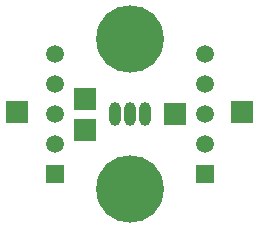
<source format=gbl>
G04 Layer_Physical_Order=2*
G04 Layer_Color=16711680*
%FSLAX25Y25*%
%MOIN*%
G70*
G01*
G75*
%ADD12O,0.03937X0.07874*%
%ADD13O,0.03937X0.07874*%
%ADD14R,0.05905X0.05905*%
%ADD15C,0.05905*%
%ADD16C,0.22500*%
%ADD17R,0.07500X0.07500*%
D12*
X5000Y0D02*
D03*
X-5000D02*
D03*
D13*
X0D02*
D03*
D14*
X25000Y-20000D02*
D03*
X-25000D02*
D03*
D15*
X25000Y-10000D02*
D03*
Y0D02*
D03*
Y10000D02*
D03*
Y20000D02*
D03*
X-25000Y-10000D02*
D03*
Y0D02*
D03*
Y10000D02*
D03*
Y20000D02*
D03*
D16*
X0Y-25000D02*
D03*
Y25000D02*
D03*
D17*
X37500Y500D02*
D03*
X-37500D02*
D03*
X-15000Y5000D02*
D03*
Y-5500D02*
D03*
X15000Y0D02*
D03*
M02*

</source>
